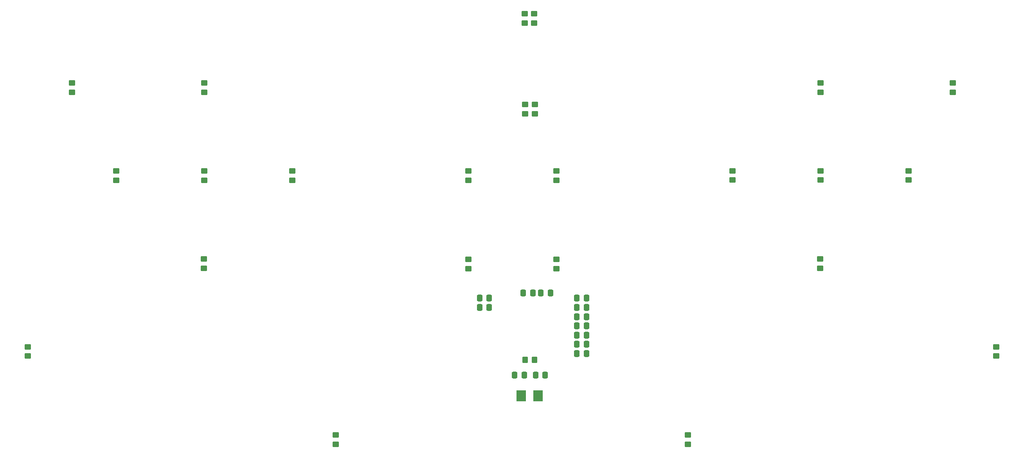
<source format=gbr>
%TF.GenerationSoftware,KiCad,Pcbnew,7.0.7*%
%TF.CreationDate,2023-10-06T06:03:54+09:00*%
%TF.ProjectId,Sixtar-Switch,53697874-6172-42d5-9377-697463682e6b,rev?*%
%TF.SameCoordinates,Original*%
%TF.FileFunction,Paste,Bot*%
%TF.FilePolarity,Positive*%
%FSLAX46Y46*%
G04 Gerber Fmt 4.6, Leading zero omitted, Abs format (unit mm)*
G04 Created by KiCad (PCBNEW 7.0.7) date 2023-10-06 06:03:54*
%MOMM*%
%LPD*%
G01*
G04 APERTURE LIST*
G04 Aperture macros list*
%AMRoundRect*
0 Rectangle with rounded corners*
0 $1 Rounding radius*
0 $2 $3 $4 $5 $6 $7 $8 $9 X,Y pos of 4 corners*
0 Add a 4 corners polygon primitive as box body*
4,1,4,$2,$3,$4,$5,$6,$7,$8,$9,$2,$3,0*
0 Add four circle primitives for the rounded corners*
1,1,$1+$1,$2,$3*
1,1,$1+$1,$4,$5*
1,1,$1+$1,$6,$7*
1,1,$1+$1,$8,$9*
0 Add four rect primitives between the rounded corners*
20,1,$1+$1,$2,$3,$4,$5,0*
20,1,$1+$1,$4,$5,$6,$7,0*
20,1,$1+$1,$6,$7,$8,$9,0*
20,1,$1+$1,$8,$9,$2,$3,0*%
G04 Aperture macros list end*
%ADD10RoundRect,0.250000X0.450000X-0.350000X0.450000X0.350000X-0.450000X0.350000X-0.450000X-0.350000X0*%
%ADD11RoundRect,0.250000X0.337500X0.475000X-0.337500X0.475000X-0.337500X-0.475000X0.337500X-0.475000X0*%
%ADD12RoundRect,0.250000X-0.450000X0.350000X-0.450000X-0.350000X0.450000X-0.350000X0.450000X0.350000X0*%
%ADD13RoundRect,0.250000X-0.337500X-0.475000X0.337500X-0.475000X0.337500X0.475000X-0.337500X0.475000X0*%
%ADD14R,2.000000X2.400000*%
%ADD15RoundRect,0.250000X0.350000X0.450000X-0.350000X0.450000X-0.350000X-0.450000X0.350000X-0.450000X0*%
G04 APERTURE END LIST*
D10*
%TO.C,R27*%
X86650000Y-57850000D03*
X86650000Y-55850000D03*
%TD*%
D11*
%TO.C,C12*%
X150317500Y-93360000D03*
X148242500Y-93360000D03*
%TD*%
%TO.C,C10*%
X150317500Y-89360000D03*
X148242500Y-89360000D03*
%TD*%
%TO.C,C5*%
X129290238Y-83360000D03*
X127215238Y-83360000D03*
%TD*%
%TO.C,C8*%
X150317500Y-85360000D03*
X148242500Y-85360000D03*
%TD*%
D10*
%TO.C,R1*%
X181920000Y-57790000D03*
X181920000Y-55790000D03*
%TD*%
D11*
%TO.C,C16*%
X136877500Y-99980000D03*
X134802500Y-99980000D03*
%TD*%
D10*
%TO.C,R19*%
X239000000Y-95900000D03*
X239000000Y-93900000D03*
%TD*%
%TO.C,R15*%
X124750000Y-76950000D03*
X124750000Y-74950000D03*
%TD*%
%TO.C,R26*%
X48600000Y-57850000D03*
X48600000Y-55850000D03*
%TD*%
%TO.C,R23*%
X229550000Y-38800000D03*
X229550000Y-36800000D03*
%TD*%
%TO.C,R2*%
X139000000Y-23800000D03*
X139000000Y-21800000D03*
%TD*%
%TO.C,R25*%
X67500000Y-76900000D03*
X67500000Y-74900000D03*
%TD*%
%TO.C,R16*%
X143850000Y-76950000D03*
X143850000Y-74950000D03*
%TD*%
%TO.C,R18*%
X200970000Y-38800000D03*
X200970000Y-36800000D03*
%TD*%
D11*
%TO.C,C9*%
X150317500Y-87360000D03*
X148242500Y-87360000D03*
%TD*%
D10*
%TO.C,R22*%
X39040000Y-38800000D03*
X39040000Y-36800000D03*
%TD*%
%TO.C,R8*%
X200970000Y-57790000D03*
X200970000Y-55790000D03*
%TD*%
%TO.C,R12*%
X143800000Y-57850000D03*
X143800000Y-55850000D03*
%TD*%
%TO.C,R21*%
X29400000Y-95900000D03*
X29400000Y-93900000D03*
%TD*%
D11*
%TO.C,C15*%
X142547500Y-82230000D03*
X140472500Y-82230000D03*
%TD*%
D10*
%TO.C,R3*%
X137000000Y-23800000D03*
X137000000Y-21800000D03*
%TD*%
D12*
%TO.C,R5*%
X139150000Y-41450000D03*
X139150000Y-43450000D03*
%TD*%
D10*
%TO.C,R13*%
X96100000Y-115000000D03*
X96100000Y-113000000D03*
%TD*%
%TO.C,R24*%
X67600000Y-57850000D03*
X67600000Y-55850000D03*
%TD*%
%TO.C,R4*%
X200900000Y-76900000D03*
X200900000Y-74900000D03*
%TD*%
D11*
%TO.C,C7*%
X150317500Y-83360000D03*
X148242500Y-83360000D03*
%TD*%
D12*
%TO.C,R6*%
X137050000Y-41450000D03*
X137050000Y-43450000D03*
%TD*%
D10*
%TO.C,R11*%
X124750000Y-57850000D03*
X124750000Y-55850000D03*
%TD*%
%TO.C,R17*%
X67630000Y-38790000D03*
X67630000Y-36790000D03*
%TD*%
D11*
%TO.C,C14*%
X138707500Y-82220000D03*
X136632500Y-82220000D03*
%TD*%
D13*
%TO.C,C17*%
X139322500Y-99980000D03*
X141397500Y-99980000D03*
%TD*%
D11*
%TO.C,C11*%
X150317500Y-91360000D03*
X148242500Y-91360000D03*
%TD*%
D10*
%TO.C,R7*%
X220020000Y-57780000D03*
X220020000Y-55780000D03*
%TD*%
%TO.C,R14*%
X172300000Y-115000000D03*
X172300000Y-113000000D03*
%TD*%
D14*
%TO.C,Y1*%
X139860000Y-104490000D03*
X136160000Y-104490000D03*
%TD*%
D15*
%TO.C,R20*%
X139080000Y-96730000D03*
X137080000Y-96730000D03*
%TD*%
D11*
%TO.C,C13*%
X150317500Y-95360000D03*
X148242500Y-95360000D03*
%TD*%
%TO.C,C6*%
X127215238Y-85340000D03*
X129290238Y-85340000D03*
%TD*%
M02*

</source>
